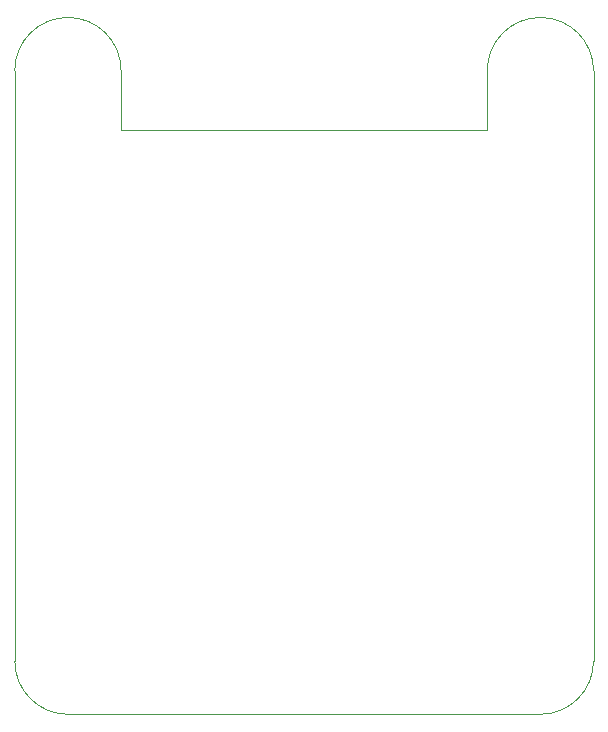
<source format=gbr>
%TF.GenerationSoftware,KiCad,Pcbnew,5.1.9-73d0e3b20d~88~ubuntu20.04.1*%
%TF.CreationDate,2021-04-18T22:18:41+08:00*%
%TF.ProjectId,AbsoluteEncoderBoard,4162736f-6c75-4746-9545-6e636f646572,rev?*%
%TF.SameCoordinates,Original*%
%TF.FileFunction,Profile,NP*%
%FSLAX46Y46*%
G04 Gerber Fmt 4.6, Leading zero omitted, Abs format (unit mm)*
G04 Created by KiCad (PCBNEW 5.1.9-73d0e3b20d~88~ubuntu20.04.1) date 2021-04-18 22:18:41*
%MOMM*%
%LPD*%
G01*
G04 APERTURE LIST*
%TA.AperFunction,Profile*%
%ADD10C,0.050000*%
%TD*%
G04 APERTURE END LIST*
D10*
X130000000Y-94500000D02*
X170000000Y-94500000D01*
X174500000Y-90000000D02*
G75*
G02*
X170000000Y-94500000I-4500000J0D01*
G01*
X130000000Y-94500000D02*
G75*
G02*
X125500000Y-90000000I0J4500000D01*
G01*
X174500000Y-40000000D02*
X174500000Y-90000000D01*
X125500000Y-40000000D02*
X125500000Y-90000000D01*
X125500000Y-40000000D02*
G75*
G02*
X130000000Y-35500000I4500000J0D01*
G01*
X170000000Y-35500000D02*
G75*
G02*
X174500000Y-40000000I0J-4500000D01*
G01*
X165500000Y-40000000D02*
X165500000Y-45000000D01*
X134500000Y-40000000D02*
X134500000Y-45000000D01*
X165500000Y-45000000D02*
X134500000Y-45000000D01*
X165500000Y-40000000D02*
G75*
G02*
X170000000Y-35500000I4500000J0D01*
G01*
X130000000Y-35500000D02*
G75*
G02*
X134500000Y-40000000I0J-4500000D01*
G01*
M02*

</source>
